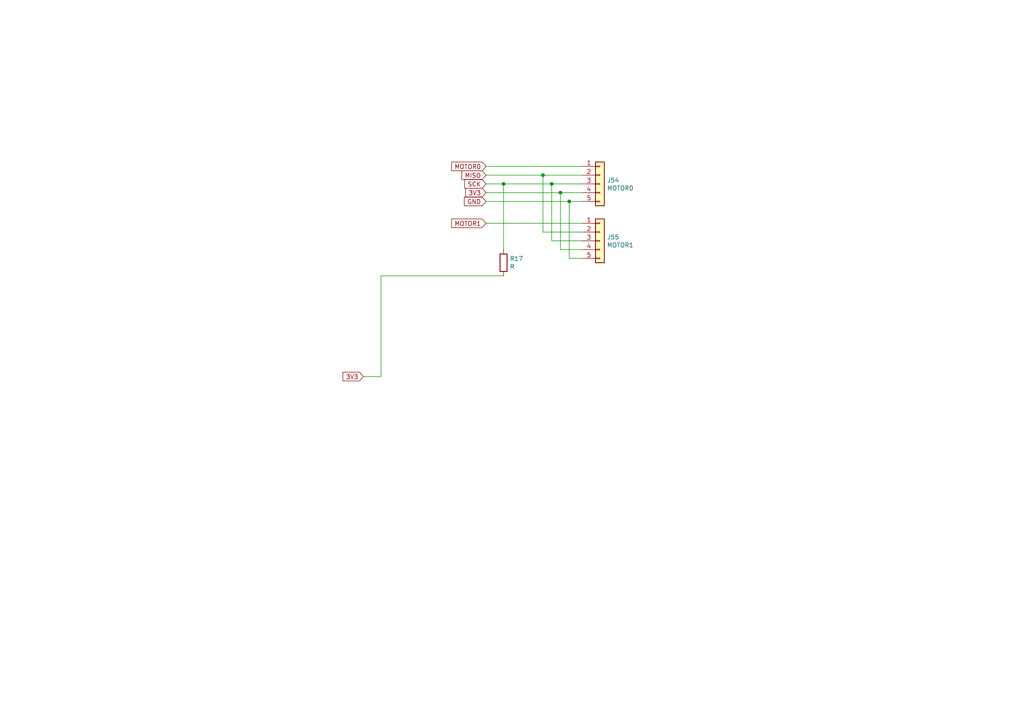
<source format=kicad_sch>
(kicad_sch (version 20250114) (generator "eeschema") (generator_version "9.0")
  (paper "A4")
  (title_block (title "Display and Analog") (date "2021-02-09") (rev "1") (company "Wimble Robotics"))
  (lib_symbols
    (symbol "TeensyMonitorV5-rescue:Conn_01x05-Connector_Generic" (pin_names (offset 1.016) (hide yes))
      (property "Reference" "J" (at 0 7.62 0))
      (property "Value" "Conn_01x05-Connector_Generic" (at 0 -7.62 0))
      (symbol "Conn_01x05-Connector_Generic_1_1"
        (rectangle (start -1.27 6.35) (end 1.27 -6.35) (stroke (width 0.254)) (fill (type background)))
        (rectangle (start -1.27 5.207) (end 0 4.953) (stroke (width 0.1524)))
        (rectangle (start -1.27 2.667) (end 0 2.413) (stroke (width 0.1524)))
        (rectangle (start -1.27 0.127) (end 0 -0.127) (stroke (width 0.1524)))
        (rectangle (start -1.27 -2.413) (end 0 -2.667) (stroke (width 0.1524)))
        (rectangle (start -1.27 -4.953) (end 0 -5.207) (stroke (width 0.1524)))
        (pin passive line (at -5.08 5.08 0) (length 3.81) (name "Pin_1") (number "1"))
        (pin passive line (at -5.08 2.54 0) (length 3.81) (name "Pin_2") (number "2"))
        (pin passive line (at -5.08 0 0) (length 3.81) (name "Pin_3") (number "3"))
        (pin passive line (at -5.08 -2.54 0) (length 3.81) (name "Pin_4") (number "4"))
        (pin passive line (at -5.08 -5.08 0) (length 3.81) (name "Pin_5") (number "5"))
      )
    )
    (symbol "TeensyMonitorV5-rescue:R-Device" (pin_numbers (hide yes)) (pin_names (offset 0))
      (property "Reference" "R" (at 2.032 0 90))
      (property "Value" "R-Device" (at 0 0 90))
      (symbol "R-Device_0_1"
        (rectangle (start -1.016 -2.54) (end 1.016 2.54) (stroke (width 0.254)))
      )
      (symbol "R-Device_1_1"
        (pin passive line (at 0 3.81 270) (length 1.27) (name "~") (number "1"))
        (pin passive line (at 0 -3.81 90) (length 1.27) (name "~") (number "2"))
      )
    )
  )
  (junction (at 162.56 55.88))
  (junction (at 160.02 53.34))
  (junction (at 157.48 50.8))
  (junction (at 165.1 58.42))
  (junction (at 146.05 53.34))
  (wire (pts (xy 110.49 80.01) (xy 110.49 109.22)))
  (wire (pts (xy 160.02 69.85) (xy 160.02 53.34)))
  (wire (pts (xy 165.1 58.42) (xy 168.91 58.42)))
  (wire (pts (xy 157.48 67.31) (xy 157.48 50.8)))
  (wire (pts (xy 140.97 48.26) (xy 168.91 48.26)))
  (wire (pts (xy 146.05 80.01) (xy 110.49 80.01)))
  (wire (pts (xy 168.91 64.77) (xy 140.97 64.77)))
  (wire (pts (xy 162.56 72.39) (xy 162.56 55.88)))
  (wire (pts (xy 140.97 58.42) (xy 165.1 58.42)))
  (wire (pts (xy 168.91 50.8) (xy 157.48 50.8)))
  (wire (pts (xy 168.91 55.88) (xy 162.56 55.88)))
  (wire (pts (xy 146.05 72.39) (xy 146.05 53.34)))
  (wire (pts (xy 168.91 69.85) (xy 160.02 69.85)))
  (wire (pts (xy 140.97 53.34) (xy 146.05 53.34)))
  (wire (pts (xy 168.91 74.93) (xy 165.1 74.93)))
  (wire (pts (xy 168.91 67.31) (xy 157.48 67.31)))
  (wire (pts (xy 157.48 50.8) (xy 140.97 50.8)))
  (wire (pts (xy 168.91 72.39) (xy 162.56 72.39)))
  (wire (pts (xy 162.56 55.88) (xy 140.97 55.88)))
  (wire (pts (xy 146.05 53.34) (xy 160.02 53.34)))
  (wire (pts (xy 110.49 109.22) (xy 105.41 109.22)))
  (wire (pts (xy 160.02 53.34) (xy 168.91 53.34)))
  (wire (pts (xy 165.1 74.93) (xy 165.1 58.42)))
  (global_label "SCK" (shape input) (at 140.97 53.34 180) (property "Intersheetrefs" "${INTERSHEET_REFS}" (effects (hide yes))))
  (global_label "MOTOR0" (shape input) (at 140.97 48.26 180) (property "Intersheetrefs" "${INTERSHEET_REFS}" (effects (hide yes))))
  (global_label "MOTOR1" (shape input) (at 140.97 64.77 180) (property "Intersheetrefs" "${INTERSHEET_REFS}" (effects (hide yes))))
  (global_label "3V3" (shape input) (at 140.97 55.88 180) (property "Intersheetrefs" "${INTERSHEET_REFS}" (effects (hide yes))))
  (global_label "3V3" (shape input) (at 105.41 109.22 180) (property "Intersheetrefs" "${INTERSHEET_REFS}" (effects (hide yes))))
  (global_label "GND" (shape input) (at 140.97 58.42 180) (property "Intersheetrefs" "${INTERSHEET_REFS}" (effects (hide yes))))
  (global_label "MISO" (shape input) (at 140.97 50.8 180) (property "Intersheetrefs" "${INTERSHEET_REFS}" (effects (hide yes))))
  (symbol (lib_id "TeensyMonitorV5-rescue:R-Device") (at 146.05 76.2 0) (unit 1)
    (property "Reference" "R17" (at 147.828 75.0316 0) (effects (justify left)))
    (property "Value" "R" (at 147.828 77.343 0) (effects (justify left)))
    (property "Footprint" "Resistor_SMD:R_0805_2012Metric" (effects (hide yes)))
  )
  (symbol (lib_id "TeensyMonitorV5-rescue:Conn_01x05-Connector_Generic") (at 173.99 53.34 0) (unit 1)
    (property "Reference" "J54" (at 176.022 52.2732 0) (effects (justify left)))
    (property "Value" "MOTOR0" (at 176.022 54.5846 0) (effects (justify left)))
    (property "Footprint" "Connector_Molex:533750510" (effects (hide yes)))
    (property "LCSC" "C124379" (effects (hide yes)))
  )
  (symbol (lib_id "TeensyMonitorV5-rescue:Conn_01x05-Connector_Generic") (at 173.99 69.85 0) (unit 1)
    (property "Reference" "J55" (at 176.022 68.7832 0) (effects (justify left)))
    (property "Value" "MOTOR1" (at 176.022 71.0946 0) (effects (justify left)))
    (property "Footprint" "Connector_Molex:533750510" (effects (hide yes)))
    (property "LCSC" "C124379" (effects (hide yes)))
  )
)
</source>
